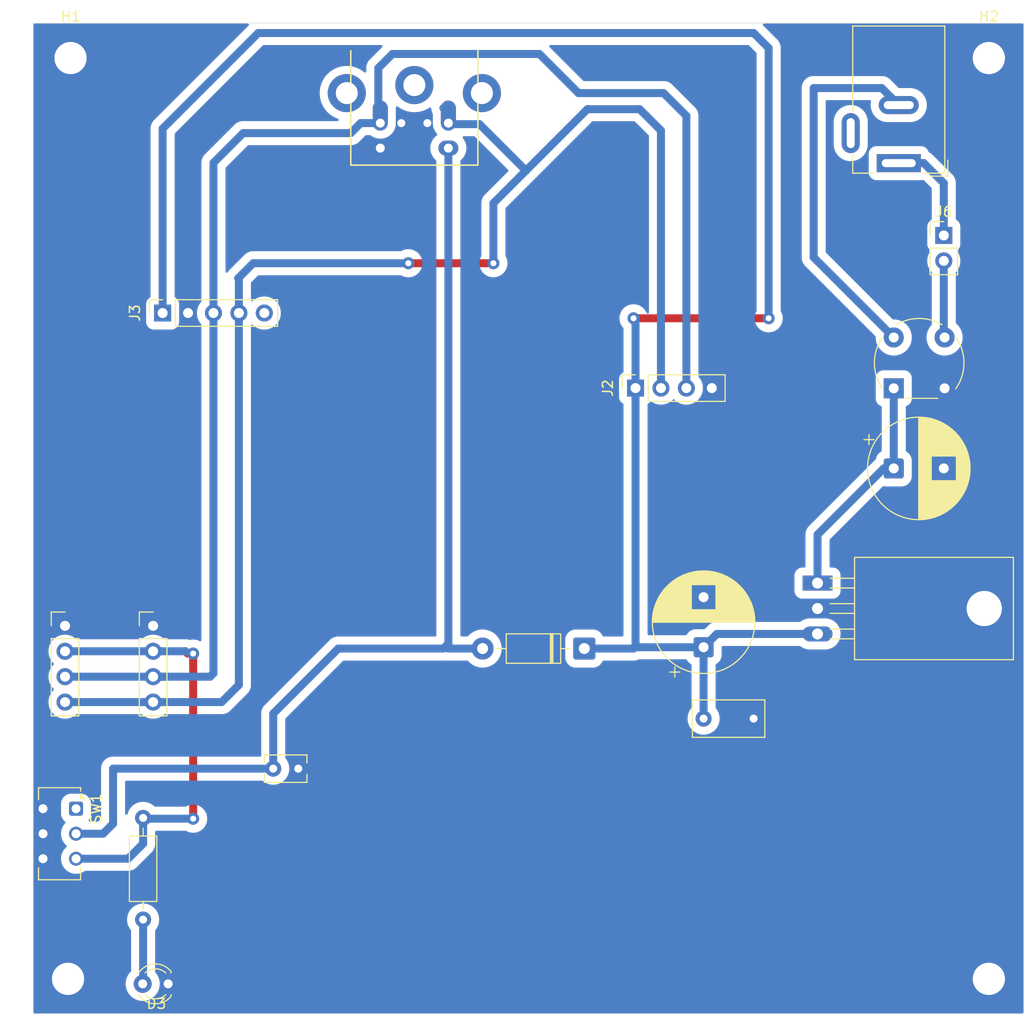
<source format=kicad_pcb>
(kicad_pcb (version 20241229) (generator "pcbnew") (generator_version "9.0")
  (title_block (date "15 nov 2012"))
  (layers (0 "F.Cu" signal) (2 "B.Cu" signal) (13 "F.Paste" user) (15 "B.Paste" user) (5 "F.SilkS" user "F.Silkscreen") (7 "B.SilkS" user "B.Silkscreen") (1 "F.Mask" user) (3 "B.Mask" user) (25 "Edge.Cuts" user))
  (net 0 "")
  (net 1 "GND")
  (net 2 "Net-(D2-A)")
  (net 3 "Net-(J1-Pin_3)")
  (net 4 "Net-(J1-Pin_4)")
  (net 5 "Net-(D1-+)")
  (net 6 "5VDC")
  (net 7 "Net-(J5-MountPin)")
  (net 8 "Net-(D3-A)")
  (net 10 "Net-(J6-Pin_2)")
  (net 11 "Net-(J6-Pin_1)")
  (net 12 "Net-(J1-Pin_2)")
  (footprint "Resistor_THT:R_Axial_DIN0207_L6.3mm_D2.5mm_P10.16mm_Horizontal" (layer "F.Cu") (at 81 152.92 -90)
    (property "Reference" "R1" (hide yes))
    (property "Value" "470")
    (pad "1" thru_hole circle (at 0 0 270) (size 1.6 1.6) (drill 0.8) (layers "*.Cu" "*.Mask") (net 12 "Net-(J1-Pin_2)"))
    (pad "2" thru_hole circle (at 10.16 0 270) (size 1.6 1.6) (drill 0.8) (layers "*.Cu" "*.Mask") (net 8 "Net-(D3-A)"))
  )
  (footprint "Diode_THT:D_DO-41_SOD81_P10.16mm_Horizontal" (layer "F.Cu") (at 125.08 136 180)
    (property "Reference" "D2" (hide yes))
    (property "Value" "1N5817" (hide yes))
    (pad "1" thru_hole roundrect (at 0 0 180) (size 2.2 2.2) (drill 1.1) (layers "*.Cu" "*.Mask") (roundrect_rratio 0.113636) (net 6 "5VDC"))
    (pad "2" thru_hole circle (at 10.16 0 180) (size 2.2 2.2) (drill 1.1) (layers "*.Cu" "*.Mask") (net 2 "Net-(D2-A)"))
  )
  (footprint "LED_THT:LED_D3.0mm" (layer "F.Cu") (at 83.5 169.5 180)
    (property "Reference" "D3" (at 1.174352 -1.987699 0) (layer "F.SilkS"))
    (property "Value" "ON/OFF" (hide yes))
    (pad "1" thru_hole rect (at 0 0 180) (size 1.5 2.5) (drill 0.9) (layers "*.Cu" "*.Mask") (net 1 "GND"))
    (pad "2" thru_hole circle (at 2.54 0 180) (size 1.8 1.8) (drill 0.9) (layers "*.Cu" "*.Mask") (net 8 "Net-(D3-A)"))
  )
  (footprint "MountingHole:MountingHole_3.2mm_M3" (layer "F.Cu") (at 165.5 169)
    (property "Reference" "H2" (hide yes))
    (property "Value" "MountingHole" (hide yes))
    (pad "" np_thru_hole circle (at 0 0) (size 3.2 3.2) (drill 3.2) (layers "*.Cu" "*.Mask"))
  )
  (footprint "Connector_BarrelJack:BarrelJack_Wuerth_6941xx301002" (layer "F.Cu") (at 156.5 87.5 180)
    (property "Reference" "J5" (hide yes))
    (property "Value" "5,4x2,1mm 7 - 9V DC/AC")
    (pad "1" thru_hole rect (at 0 0 180) (size 4.4 1.8) (drill oval 3.4 0.8) (layers "*.Cu" "*.Mask") (net 11 "Net-(J6-Pin_1)"))
    (pad "2" thru_hole oval (at 0 5.8 180) (size 4 1.8) (drill oval 3 0.8) (layers "*.Cu" "*.Mask") (net 7 "Net-(J5-MountPin)"))
    (pad "3" thru_hole oval (at 4.8 3 270) (size 4 1.8) (drill oval 3 0.8) (layers "*.Cu" "*.Mask"))
  )
  (footprint "Connector_PinSocket_2.54mm:PinSocket_1x05_P2.54mm_Vertical" (layer "F.Cu") (at 82.95 102.475 90)
    (property "Reference" "J3" (at 0 -2.77 90) (layer "F.SilkS"))
    (property "Value" "USB-Serial-Adapter Board")
    (pad "1" thru_hole rect (at 0 0 90) (size 1.7 1.7) (drill 1) (layers "*.Cu" "*.Mask") (net 6 "5VDC"))
    (pad "2" thru_hole circle (at 0 2.54 90) (size 1.7 1.7) (drill 1) (layers "*.Cu" "*.Mask") (net 1 "GND"))
    (pad "3" thru_hole circle (at 0 5.08 90) (size 1.7 1.7) (drill 1) (layers "*.Cu" "*.Mask") (net 3 "Net-(J1-Pin_3)"))
    (pad "4" thru_hole circle (at 0 7.62 90) (size 1.7 1.7) (drill 1) (layers "*.Cu" "*.Mask") (net 4 "Net-(J1-Pin_4)"))
    (pad "5" thru_hole circle (at 0 10.16 90) (size 1.7 1.7) (drill 1) (layers "*.Cu" "*.Mask"))
  )
  (footprint "Connector_PinHeader_2.54mm:PinHeader_1x04_P2.54mm_Vertical" (layer "F.Cu") (at 73.2 133.73)
    (property "Reference" "J7" (hide yes))
    (property "Value" "Z80-MBC2 Board" (hide yes))
    (pad "1" thru_hole rect (at 0 0) (size 1.7 1.7) (drill 1) (layers "*.Cu" "*.Mask") (net 1 "GND"))
    (pad "2" thru_hole circle (at 0 2.54) (size 1.7 1.7) (drill 1) (layers "*.Cu" "*.Mask") (net 12 "Net-(J1-Pin_2)"))
    (pad "3" thru_hole circle (at 0 5.08) (size 1.7 1.7) (drill 1) (layers "*.Cu" "*.Mask") (net 3 "Net-(J1-Pin_3)"))
    (pad "4" thru_hole circle (at 0 7.62) (size 1.7 1.7) (drill 1) (layers "*.Cu" "*.Mask") (net 4 "Net-(J1-Pin_4)"))
  )
  (footprint "Connector_PinHeader_2.54mm:PinHeader_1x04_P2.54mm_Vertical" (layer "F.Cu") (at 82 133.73)
    (property "Reference" "J1" (hide yes))
    (property "Value" "Z80-MBC2 direct" (hide yes))
    (pad "1" thru_hole rect (at 0 0) (size 1.7 1.7) (drill 1) (layers "*.Cu" "*.Mask") (net 1 "GND"))
    (pad "2" thru_hole circle (at 0 2.54) (size 1.7 1.7) (drill 1) (layers "*.Cu" "*.Mask") (net 12 "Net-(J1-Pin_2)"))
    (pad "3" thru_hole circle (at 0 5.08) (size 1.7 1.7) (drill 1) (layers "*.Cu" "*.Mask") (net 3 "Net-(J1-Pin_3)"))
    (pad "4" thru_hole circle (at 0 7.62) (size 1.7 1.7) (drill 1) (layers "*.Cu" "*.Mask") (net 4 "Net-(J1-Pin_4)"))
  )
  (footprint "Connector_PinSocket_2.54mm:PinSocket_1x04_P2.54mm_Vertical" (layer "F.Cu") (at 130.2 109.975 90)
    (property "Reference" "J2" (at 0 -2.77 90) (layer "F.SilkS"))
    (property "Value" "RS232 Adapterplatine")
    (pad "1" thru_hole rect (at 0 0 90) (size 1.7 1.7) (drill 1) (layers "*.Cu" "*.Mask") (net 6 "5VDC"))
    (pad "2" thru_hole circle (at 0 2.54 90) (size 1.7 1.7) (drill 1) (layers "*.Cu" "*.Mask") (net 4 "Net-(J1-Pin_4)"))
    (pad "3" thru_hole circle (at 0 5.08 90) (size 1.7 1.7) (drill 1) (layers "*.Cu" "*.Mask") (net 3 "Net-(J1-Pin_3)"))
    (pad "4" thru_hole circle (at 0 7.62 90) (size 1.7 1.7) (drill 1) (layers "*.Cu" "*.Mask") (net 1 "GND"))
  )
  (footprint "MountingHole:MountingHole_3.2mm_M3" (layer "F.Cu") (at 73.5 169)
    (property "Reference" "H1" (hide yes))
    (property "Value" "MountingHole" (hide yes))
    (pad "" np_thru_hole circle (at 0 0) (size 3.2 3.2) (drill 3.2) (layers "*.Cu" "*.Mask"))
  )
  (footprint "Capacitor_THT:CP_Radial_D10.0mm_P5.00mm" (layer "F.Cu") (at 137 135.867677 90)
    (property "Reference" "C3" (hide yes))
    (property "Value" "47u / 16V" (hide yes))
    (pad "1" thru_hole roundrect (at 0 0 90) (size 2 2) (drill 1) (layers "*.Cu" "*.Mask") (roundrect_rratio 0.125) (net 6 "5VDC"))
    (pad "2" thru_hole circle (at 5 0 90) (size 2 2) (drill 1) (layers "*.Cu" "*.Mask") (net 1 "GND"))
  )
  (footprint "Mini_DIN6:J_Mini-DIN-6" (layer "F.Cu") (at 108.1 75)
    (property "Reference" "J4" (hide yes))
    (property "Value" "Mini-DIN-6" (hide yes))
    (pad "1" thru_hole circle (at -1.3 8.5) (size 1 1) (drill 0.8) (layers "*.Cu" "*.Mask") (net 1 "GND"))
    (pad "2" thru_hole circle (at 1.3 8.5) (size 1 1) (drill 0.8) (layers "*.Cu" "*.Mask") (net 1 "GND"))
    (pad "3" thru_hole oval (at -3.4 8.5) (size 1.5 3) (drill 0.9 (offset 0 -0.75)) (layers "*.Cu" "*.Mask") (net 3 "Net-(J1-Pin_3)"))
    (pad "4" thru_hole oval (at 3.4 8.5) (size 1.5 3) (drill 0.9 (offset 0 -0.75)) (layers "*.Cu" "*.Mask") (net 4 "Net-(J1-Pin_4)"))
    (pad "5" thru_hole oval (at -3.4 11) (size 2 1.5) (drill 0.9) (layers "*.Cu" "*.Mask") (net 1 "GND"))
    (pad "6" thru_hole oval (at 3.4 11) (size 2 1.5) (drill 0.9) (layers "*.Cu" "*.Mask") (net 2 "Net-(D2-A)"))
    (pad "C1" thru_hole circle (at -6.75 5.5) (size 3.81 3.81) (drill 2.2) (layers "*.Cu" "*.Mask"))
    (pad "C2" thru_hole circle (at 6.75 5.5) (size 3.81 3.81) (drill 2.2) (layers "*.Cu" "*.Mask"))
    (pad "SH" thru_hole circle (at 0 4.7) (size 3.81 3.81) (drill 2.2) (layers "*.Cu" "*.Mask"))
  )
  (footprint "Connector_PinHeader_2.54mm:PinHeader_1x02_P2.54mm_Vertical" (layer "F.Cu") (at 161 94.725)
    (property "Reference" "J6" (at 0 -2.38 0) (layer "F.SilkS"))
    (property "Value" "Power on / off")
    (pad "1" thru_hole rect (at 0 0) (size 1.7 1.7) (drill 1) (layers "*.Cu" "*.Mask") (net 11 "Net-(J6-Pin_1)"))
    (pad "2" thru_hole circle (at 0 2.54) (size 1.7 1.7) (drill 1) (layers "*.Cu" "*.Mask") (net 10 "Net-(J6-Pin_2)"))
  )
  (footprint "MountingHole:MountingHole_3.2mm_M3" (layer "F.Cu") (at 165.5 77)
    (property "Reference" "H2" (at 0 -4.15 0) (layer "F.SilkS"))
    (property "Value" "MountingHole" (hide yes))
    (pad "" np_thru_hole circle (at 0 0) (size 3.2 3.2) (drill 3.2) (layers "*.Cu" "*.Mask"))
  )
  (footprint "Diode_THT:Diode_Bridge_Round_D8.9mm" (layer "F.Cu") (at 156 110 90)
    (property "Reference" "D1" (hide yes))
    (property "Value" "25V / 500mA" (hide yes))
    (pad "1" thru_hole rect (at 0 0 90) (size 2 2) (drill 1) (layers "*.Cu" "*.Mask") (net 5 "Net-(D1-+)"))
    (pad "2" thru_hole oval (at 0 5.08 90) (size 2 2) (drill 1) (layers "*.Cu" "*.Mask") (net 1 "GND"))
    (pad "3" thru_hole oval (at 5.08 5.08 90) (size 2 2) (drill 1) (layers "*.Cu" "*.Mask") (net 10 "Net-(J6-Pin_2)"))
    (pad "4" thru_hole oval (at 5.08 0 90) (size 2 2) (drill 1) (layers "*.Cu" "*.Mask") (net 7 "Net-(J5-MountPin)"))
  )
  (footprint "Capacitor_THT:C_Rect_L7.0mm_W3.5mm_P5.00mm" (layer "F.Cu") (at 137 143)
    (property "Reference" "C4" (hide yes))
    (property "Value" "0.1u" (hide yes))
    (pad "1" thru_hole circle (at 0 0) (size 1.6 1.6) (drill 0.8) (layers "*.Cu" "*.Mask") (net 6 "5VDC"))
    (pad "2" thru_hole circle (at 5 0) (size 1.6 1.6) (drill 0.8) (layers "*.Cu" "*.Mask") (net 1 "GND"))
  )
  (footprint "Button_Switch_THT:SW_CK_JS202011AQN_DPDT_Angled" (layer "F.Cu") (at 74.3 152 -90)
    (property "Reference" "SW1" (at 0 -2 90) (layer "F.SilkS"))
    (property "Value" "On Off")
    (pad "1" thru_hole roundrect (at 0 0 270) (size 1.4 1.4) (drill 0.9) (layers "*.Cu" "*.Mask") (roundrect_rratio 0.1785714286))
    (pad "2" thru_hole circle (at 2.5 0 270) (size 1.4 1.4) (drill 0.9) (layers "*.Cu" "*.Mask") (net 2 "Net-(D2-A)"))
    (pad "3" thru_hole circle (at 5 0 270) (size 1.4 1.4) (drill 0.9) (layers "*.Cu" "*.Mask") (net 12 "Net-(J1-Pin_2)"))
    (pad "4" thru_hole circle (at 5 3.3 270) (size 1.4 1.4) (drill 0.9) (layers "*.Cu" "*.Mask") (net 1 "GND"))
    (pad "5" thru_hole circle (at 2.5 3.3 270) (size 1.4 1.4) (drill 0.9) (layers "*.Cu" "*.Mask") (net 1 "GND"))
    (pad "6" thru_hole circle (at 0 3.3 270) (size 1.4 1.4) (drill 0.9) (layers "*.Cu" "*.Mask") (net 1 "GND"))
  )
  (footprint "MountingHole:MountingHole_3.2mm_M3" (layer "F.Cu") (at 73.75 77)
    (property "Reference" "H1" (at 0 -4.15 0) (layer "F.SilkS"))
    (property "Value" "MountingHole" (hide yes))
    (pad "" np_thru_hole circle (at 0 0) (size 3.2 3.2) (drill 3.2) (layers "*.Cu" "*.Mask"))
  )
  (footprint "Capacitor_THT:CP_Radial_D10.0mm_P5.00mm" (layer "F.Cu") (at 156 118)
    (property "Reference" "C2" (hide yes))
    (property "Value" "100u / 16V" (hide yes))
    (pad "1" thru_hole roundrect (at 0 0) (size 2 2) (drill 1) (layers "*.Cu" "*.Mask") (roundrect_rratio 0.125) (net 5 "Net-(D1-+)"))
    (pad "2" thru_hole circle (at 5 0) (size 2 2) (drill 1) (layers "*.Cu" "*.Mask") (net 1 "GND"))
  )
  (footprint "Package_TO_SOT_THT:TO-220-3_Horizontal_TabDown" (layer "F.Cu") (at 148.3825 129.46 -90)
    (property "Reference" "U1" (hide yes))
    (property "Value" "L7805" (hide yes))
    (pad "" np_thru_hole circle (at 2.54 -16.66 270) (size 3.5 3.5) (drill 3.5) (layers "*.Cu" "*.Mask"))
    (pad "1" thru_hole rect (at 0 0 270) (size 1.5 3) (drill 1.1) (layers "*.Cu" "*.Mask") (net 5 "Net-(D1-+)"))
    (pad "2" thru_hole oval (at 2.54 0 270) (size 1.5 3) (drill 1.1) (layers "*.Cu" "*.Mask") (net 1 "GND"))
    (pad "3" thru_hole oval (at 5.08 0 270) (size 1.5 3) (drill 1.1) (layers "*.Cu" "*.Mask") (net 6 "5VDC"))
  )
  (footprint "Capacitor_THT:C_Rect_L4.0mm_W2.5mm_P2.50mm" (layer "F.Cu") (at 94 148)
    (property "Reference" "C1" (hide yes))
    (property "Value" "0.1u" (hide yes))
    (pad "1" thru_hole circle (at 0 0) (size 1.6 1.6) (drill 0.8) (layers "*.Cu" "*.Mask") (net 2 "Net-(D2-A)"))
    (pad "2" thru_hole circle (at 2.5 0) (size 1.6 1.6) (drill 0.8) (layers "*.Cu" "*.Mask") (net 1 "GND"))
  )
  (gr_rect (start 70 73.5) (end 169 172.5) (stroke (width 0.05)) (fill no) (layer "Edge.Cuts"))
  (segment (start 111.5 136) (end 114.92 136) (width 0.8) (layer "B.Cu") (net 2))
  (segment (start 111.5 86) (end 111.5 135.5) (width 0.8) (layer "B.Cu") (net 2))
  (segment (start 74.3 154.5) (end 77 154.5) (width 0.8) (layer "B.Cu") (net 2))
  (segment (start 100.5 136) (end 111 136) (width 0.8) (layer "B.Cu") (net 2))
  (segment (start 77 154.5) (end 78 153.5) (width 0.8) (layer "B.Cu") (net 2))
  (segment (start 78 153.5) (end 78 148) (width 0.8) (layer "B.Cu") (net 2))
  (segment (start 94 148) (end 94 142.5) (width 0.8) (layer "B.Cu") (net 2))
  (segment (start 78 148) (end 94 148) (width 0.8) (layer "B.Cu") (net 2))
  (segment (start 111.5 135.5) (end 111.5 136) (width 0.8) (layer "B.Cu") (net 2))
  (segment (start 94 142.5) (end 100.5 136) (width 0.8) (layer "B.Cu") (net 2))
  (segment (start 111 136) (end 111.5 135.5) (width 0.8) (layer "B.Cu") (net 2))
  (segment (start 105.906 76.594) (end 120.594 76.594) (width 0.8) (layer "B.Cu") (net 3))
  (segment (start 124.5 80.5) (end 133 80.5) (width 0.8) (layer "B.Cu") (net 3))
  (segment (start 101.742548 84.5) (end 102.742548 83.5) (width 0.8) (layer "B.Cu") (net 3))
  (segment (start 88.03 102.475) (end 88.03 87.47) (width 0.8) (layer "B.Cu") (net 3))
  (segment (start 88.03 138.47) (end 87.69 138.81) (width 0.8) (layer "B.Cu") (net 3))
  (segment (start 87.69 138.81) (end 83.5 138.81) (width 0.8) (layer "B.Cu") (net 3))
  (segment (start 104.5 83) (end 104.5 78) (width 0.8) (layer "B.Cu") (net 3))
  (segment (start 83.5 138.81) (end 82 138.81) (width 0.8) (layer "B.Cu") (net 3))
  (segment (start 133 80.5) (end 135.28 82.78) (width 0.8) (layer "B.Cu") (net 3))
  (segment (start 83.5 138.81) (end 73.2 138.81) (width 0.8) (layer "B.Cu") (net 3))
  (segment (start 88.03 87.47) (end 91 84.5) (width 0.8) (layer "B.Cu") (net 3))
  (segment (start 104.5 78) (end 105.906 76.594) (width 0.8) (layer "B.Cu") (net 3))
  (segment (start 135.28 82.78) (end 135.28 109.975) (width 0.8) (layer "B.Cu") (net 3))
  (segment (start 91 84.5) (end 101.742548 84.5) (width 0.8) (layer "B.Cu") (net 3))
  (segment (start 120.594 76.594) (end 124.5 80.5) (width 0.8) (layer "B.Cu") (net 3))
  (segment (start 102.742548 83.5) (end 104.7 83.5) (width 0.8) (layer "B.Cu") (net 3))
  (segment (start 88.03 102.475) (end 88.03 138.47) (width 0.8) (layer "B.Cu") (net 3))
  (segment (start 104.394 83.106) (end 104.5 83) (width 0.8) (layer "B.Cu") (net 3))
  (segment (start 107.5 97.5) (end 116 97.5) (width 0.8) (layer "F.Cu") (net 4))
  (via (at 116 97.5) (size 1.2) (drill 0.6) (layers "F.Cu" "B.Cu") (net 4))
  (via (at 107.5 97.5) (size 1.2) (drill 0.6) (layers "F.Cu" "B.Cu") (net 4))
  (segment (start 88.85 141.35) (end 82 141.35) (width 0.8) (layer "B.Cu") (net 4))
  (segment (start 119.25 88.25) (end 116 91.5) (width 0.8) (layer "B.Cu") (net 4))
  (segment (start 82 141.35) (end 73.2 141.35) (width 0.8) (layer "B.Cu") (net 4))
  (segment (start 130.606 82.106) (end 125.394 82.106) (width 0.8) (layer "B.Cu") (net 4))
  (segment (start 90.57 139.63) (end 89 141.2) (width 0.8) (layer "B.Cu") (net 4))
  (segment (start 132.74 109.975) (end 132.74 84.24) (width 0.8) (layer "B.Cu") (net 4))
  (segment (start 90.5 99) (end 90.57 99.07) (width 0.8) (layer "B.Cu") (net 4))
  (segment (start 90.57 102.475) (end 90.57 139.63) (width 0.8) (layer "B.Cu") (net 4))
  (segment (start 90.57 99.07) (end 90.57 102.475) (width 0.8) (layer "B.Cu") (net 4))
  (segment (start 132.74 84.24) (end 130.606 82.106) (width 0.8) (layer "B.Cu") (net 4))
  (segment (start 92 97.5) (end 107.5 97.5) (width 0.8) (layer "B.Cu") (net 4))
  (segment (start 111.5 83.5) (end 111.606 83.606) (width 0.8) (layer "B.Cu") (net 4))
  (segment (start 114.606 83.606) (end 119.25 88.25) (width 0.8) (layer "B.Cu") (net 4))
  (segment (start 125.394 82.106) (end 119.25 88.25) (width 0.8) (layer "B.Cu") (net 4))
  (segment (start 111.606 83.606) (end 114.606 83.606) (width 0.8) (layer "B.Cu") (net 4))
  (segment (start 111 82) (end 111.106 82.106) (width 0.8) (layer "B.Cu") (net 4))
  (segment (start 116 91.5) (end 116 97.5) (width 0.8) (layer "B.Cu") (net 4))
  (segment (start 92 97.5) (end 90.5 99) (width 0.8) (layer "B.Cu") (net 4))
  (segment (start 155 118) (end 148.3825 124.6175) (width 0.8) (layer "B.Cu") (net 5))
  (segment (start 156 110) (end 156 118) (width 0.8) (layer "B.Cu") (net 5))
  (segment (start 156 118) (end 155 118) (width 0.8) (layer "B.Cu") (net 5))
  (segment (start 148.3825 124.6175) (end 148.3825 129.46) (width 0.8) (layer "B.Cu") (net 5))
  (segment (start 130 103) (end 143.5 103) (width 0.8) (layer "F.Cu") (net 6))
  (via (at 143.5 103) (size 1.2) (drill 0.6) (layers "F.Cu" "B.Cu") (net 6))
  (via (at 130 103) (size 1.2) (drill 0.6) (layers "F.Cu" "B.Cu") (net 6))
  (segment (start 137 135.867677) (end 137 143) (width 0.8) (layer "B.Cu") (net 6))
  (segment (start 138.327677 134.54) (end 137 135.867677) (width 0.8) (layer "B.Cu") (net 6))
  (segment (start 130.2 114.5) (end 130.2 135.8) (width 0.8) (layer "B.Cu") (net 6))
  (segment (start 82.95 84.05) (end 92.5 74.5) (width 0.8) (layer "B.Cu") (net 6))
  (segment (start 130 136) (end 130.2 135.8) (width 0.8) (layer "B.Cu") (net 6))
  (segment (start 125.08 136) (end 130 136) (width 0.8) (layer "B.Cu") (net 6))
  (segment (start 130.2 109.975) (end 130.2 114.5) (width 0.8) (layer "B.Cu") (net 6))
  (segment (start 82.95 102.475) (end 82.95 84.05) (width 0.8) (layer "B.Cu") (net 6))
  (segment (start 130.2 109.975) (end 130.2 103.2) (width 0.8) (layer "B.Cu") (net 6))
  (segment (start 130.132323 135.867677) (end 137 135.867677) (width 0.8) (layer "B.Cu") (net 6))
  (segment (start 142 74.5) (end 143.5 76) (width 0.8) (layer "B.Cu") (net 6))
  (segment (start 143.5 76) (end 143.5 103) (width 0.8) (layer "B.Cu") (net 6))
  (segment (start 92.5 74.5) (end 142 74.5) (width 0.8) (layer "B.Cu") (net 6))
  (segment (start 130.2 103.2) (end 130 103) (width 0.8) (layer "B.Cu") (net 6))
  (segment (start 130.2 135.8) (end 130.132323 135.867677) (width 0.8) (layer "B.Cu") (net 6))
  (segment (start 148.3825 134.54) (end 138.327677 134.54) (width 0.8) (layer "B.Cu") (net 6))
  (segment (start 148 96.92) (end 156 104.92) (width 0.8) (layer "B.Cu") (net 7))
  (segment (start 148 80) (end 148 96.92) (width 0.8) (layer "B.Cu") (net 7))
  (segment (start 154.8 80) (end 148 80) (width 0.8) (layer "B.Cu") (net 7))
  (segment (start 156.5 81.7) (end 154.8 80) (width 0.8) (layer "B.Cu") (net 7))
  (segment (start 81 169.46) (end 80.96 169.5) (width 0.8) (layer "F.Cu") (net 8))
  (segment (start 81 163.08) (end 81 169.46) (width 0.8) (layer "B.Cu") (net 8))
  (segment (start 161 104.84) (end 161.08 104.92) (width 0.8) (layer "F.Cu") (net 10))
  (segment (start 161 97.265) (end 161 104.84) (width 0.8) (layer "B.Cu") (net 10))
  (segment (start 156.5 87.5) (end 159 87.5) (width 0.8) (layer "B.Cu") (net 11))
  (segment (start 159 87.5) (end 161 89.5) (width 0.8) (layer "B.Cu") (net 11))
  (segment (start 161 89.5) (end 161 94.725) (width 0.8) (layer "B.Cu") (net 11))
  (segment (start 86 136.5) (end 85.46 136.5) (width 0.8) (layer "F.Cu") (net 12))
  (segment (start 81.08 153) (end 81 152.92) (width 0.8) (layer "F.Cu") (net 12))
  (segment (start 86 136.5) (end 86 153) (width 0.8) (layer "F.Cu") (net 12))
  (segment (start 85.46 136.5) (end 85.23 136.27) (width 0.8) (layer "F.Cu") (net 12))
  (via (at 86 136.5) (size 1.2) (drill 0.6) (layers "F.Cu" "B.Cu") (net 12))
  (via (at 86 153) (size 1.2) (drill 0.6) (layers "F.Cu" "B.Cu") (net 12))
  (segment (start 82 136.27) (end 73.2 136.27) (width 0.8) (layer "B.Cu") (net 12))
  (segment (start 85.23 136.27) (end 82 136.27) (width 0.8) (layer "B.Cu") (net 12))
  (segment (start 79.5 157) (end 81 155.5) (width 0.8) (layer "B.Cu") (net 12))
  (segment (start 81 155.5) (end 81 152.92) (width 0.8) (layer "B.Cu") (net 12))
  (segment (start 74.3 157) (end 79.5 157) (width 0.8) (layer "B.Cu") (net 12))
  (segment (start 86 153) (end 81.08 153) (width 0.8) (layer "B.Cu") (net 12))
  (zone (net 1) (net_name "GND") (layer "B.Cu") (connect_pads yes (clearance 0)) (min_thickness 0.25) (fill yes (thermal_gap 0.5) (thermal_bridge_width 0.5))
    (polygon (pts (xy 70 73.5) (xy 169 73.5) (xy 169 172.5) (xy 70 172.5)))
  )
)
</source>
